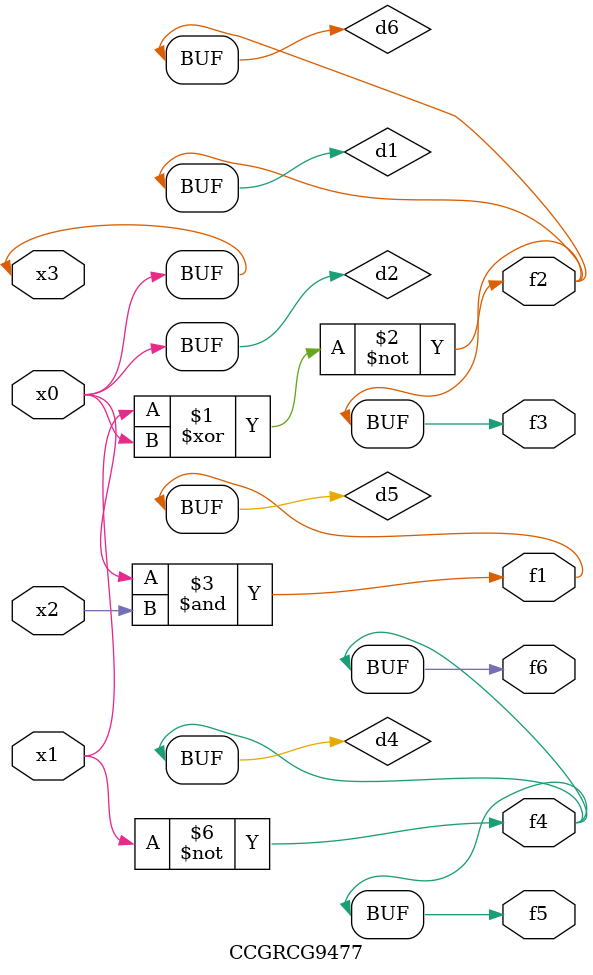
<source format=v>
module CCGRCG9477(
	input x0, x1, x2, x3,
	output f1, f2, f3, f4, f5, f6
);

	wire d1, d2, d3, d4, d5, d6;

	xnor (d1, x1, x3);
	buf (d2, x0, x3);
	nand (d3, x0, x2);
	not (d4, x1);
	nand (d5, d3);
	or (d6, d1);
	assign f1 = d5;
	assign f2 = d6;
	assign f3 = d6;
	assign f4 = d4;
	assign f5 = d4;
	assign f6 = d4;
endmodule

</source>
